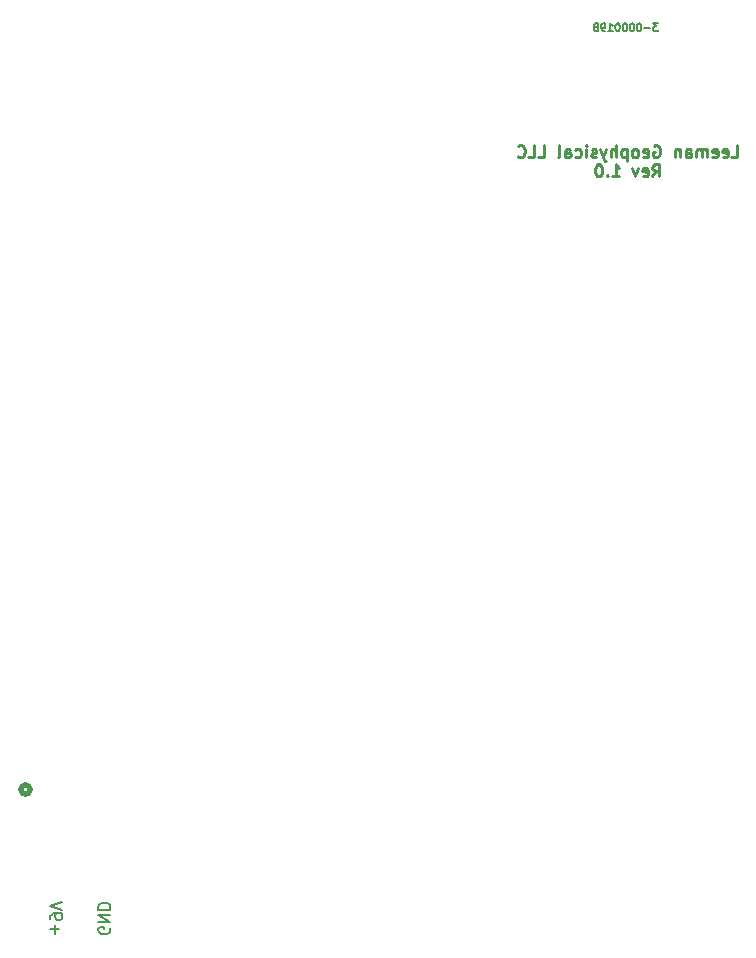
<source format=gbr>
%TF.GenerationSoftware,KiCad,Pcbnew,(6.0.7)*%
%TF.CreationDate,2024-01-30T15:32:42-06:00*%
%TF.ProjectId,Cutdown,43757464-6f77-46e2-9e6b-696361645f70,1.0.0*%
%TF.SameCoordinates,Original*%
%TF.FileFunction,Legend,Bot*%
%TF.FilePolarity,Positive*%
%FSLAX46Y46*%
G04 Gerber Fmt 4.6, Leading zero omitted, Abs format (unit mm)*
G04 Created by KiCad (PCBNEW (6.0.7)) date 2024-01-30 15:32:42*
%MOMM*%
%LPD*%
G01*
G04 APERTURE LIST*
%ADD10C,0.254000*%
%ADD11C,0.158750*%
%ADD12C,0.150000*%
%ADD13C,0.508000*%
G04 APERTURE END LIST*
D10*
X148633542Y-75232139D02*
X149117352Y-75232139D01*
X149117352Y-74216139D01*
X147907828Y-75183758D02*
X148004590Y-75232139D01*
X148198114Y-75232139D01*
X148294876Y-75183758D01*
X148343257Y-75086996D01*
X148343257Y-74699948D01*
X148294876Y-74603186D01*
X148198114Y-74554805D01*
X148004590Y-74554805D01*
X147907828Y-74603186D01*
X147859447Y-74699948D01*
X147859447Y-74796710D01*
X148343257Y-74893472D01*
X147036971Y-75183758D02*
X147133733Y-75232139D01*
X147327257Y-75232139D01*
X147424019Y-75183758D01*
X147472400Y-75086996D01*
X147472400Y-74699948D01*
X147424019Y-74603186D01*
X147327257Y-74554805D01*
X147133733Y-74554805D01*
X147036971Y-74603186D01*
X146988590Y-74699948D01*
X146988590Y-74796710D01*
X147472400Y-74893472D01*
X146553161Y-75232139D02*
X146553161Y-74554805D01*
X146553161Y-74651567D02*
X146504780Y-74603186D01*
X146408019Y-74554805D01*
X146262876Y-74554805D01*
X146166114Y-74603186D01*
X146117733Y-74699948D01*
X146117733Y-75232139D01*
X146117733Y-74699948D02*
X146069352Y-74603186D01*
X145972590Y-74554805D01*
X145827447Y-74554805D01*
X145730685Y-74603186D01*
X145682304Y-74699948D01*
X145682304Y-75232139D01*
X144763066Y-75232139D02*
X144763066Y-74699948D01*
X144811447Y-74603186D01*
X144908209Y-74554805D01*
X145101733Y-74554805D01*
X145198495Y-74603186D01*
X144763066Y-75183758D02*
X144859828Y-75232139D01*
X145101733Y-75232139D01*
X145198495Y-75183758D01*
X145246876Y-75086996D01*
X145246876Y-74990234D01*
X145198495Y-74893472D01*
X145101733Y-74845091D01*
X144859828Y-74845091D01*
X144763066Y-74796710D01*
X144279257Y-74554805D02*
X144279257Y-75232139D01*
X144279257Y-74651567D02*
X144230876Y-74603186D01*
X144134114Y-74554805D01*
X143988971Y-74554805D01*
X143892209Y-74603186D01*
X143843828Y-74699948D01*
X143843828Y-75232139D01*
X142053733Y-74264520D02*
X142150495Y-74216139D01*
X142295638Y-74216139D01*
X142440780Y-74264520D01*
X142537542Y-74361281D01*
X142585923Y-74458043D01*
X142634304Y-74651567D01*
X142634304Y-74796710D01*
X142585923Y-74990234D01*
X142537542Y-75086996D01*
X142440780Y-75183758D01*
X142295638Y-75232139D01*
X142198876Y-75232139D01*
X142053733Y-75183758D01*
X142005352Y-75135377D01*
X142005352Y-74796710D01*
X142198876Y-74796710D01*
X141182876Y-75183758D02*
X141279638Y-75232139D01*
X141473161Y-75232139D01*
X141569923Y-75183758D01*
X141618304Y-75086996D01*
X141618304Y-74699948D01*
X141569923Y-74603186D01*
X141473161Y-74554805D01*
X141279638Y-74554805D01*
X141182876Y-74603186D01*
X141134495Y-74699948D01*
X141134495Y-74796710D01*
X141618304Y-74893472D01*
X140553923Y-75232139D02*
X140650685Y-75183758D01*
X140699066Y-75135377D01*
X140747447Y-75038615D01*
X140747447Y-74748329D01*
X140699066Y-74651567D01*
X140650685Y-74603186D01*
X140553923Y-74554805D01*
X140408780Y-74554805D01*
X140312019Y-74603186D01*
X140263638Y-74651567D01*
X140215257Y-74748329D01*
X140215257Y-75038615D01*
X140263638Y-75135377D01*
X140312019Y-75183758D01*
X140408780Y-75232139D01*
X140553923Y-75232139D01*
X139779828Y-74554805D02*
X139779828Y-75570805D01*
X139779828Y-74603186D02*
X139683066Y-74554805D01*
X139489542Y-74554805D01*
X139392780Y-74603186D01*
X139344400Y-74651567D01*
X139296019Y-74748329D01*
X139296019Y-75038615D01*
X139344400Y-75135377D01*
X139392780Y-75183758D01*
X139489542Y-75232139D01*
X139683066Y-75232139D01*
X139779828Y-75183758D01*
X138860590Y-75232139D02*
X138860590Y-74216139D01*
X138425161Y-75232139D02*
X138425161Y-74699948D01*
X138473542Y-74603186D01*
X138570304Y-74554805D01*
X138715447Y-74554805D01*
X138812209Y-74603186D01*
X138860590Y-74651567D01*
X138038114Y-74554805D02*
X137796209Y-75232139D01*
X137554304Y-74554805D02*
X137796209Y-75232139D01*
X137892971Y-75474043D01*
X137941352Y-75522424D01*
X138038114Y-75570805D01*
X137215638Y-75183758D02*
X137118876Y-75232139D01*
X136925352Y-75232139D01*
X136828590Y-75183758D01*
X136780209Y-75086996D01*
X136780209Y-75038615D01*
X136828590Y-74941853D01*
X136925352Y-74893472D01*
X137070495Y-74893472D01*
X137167257Y-74845091D01*
X137215638Y-74748329D01*
X137215638Y-74699948D01*
X137167257Y-74603186D01*
X137070495Y-74554805D01*
X136925352Y-74554805D01*
X136828590Y-74603186D01*
X136344780Y-75232139D02*
X136344780Y-74554805D01*
X136344780Y-74216139D02*
X136393161Y-74264520D01*
X136344780Y-74312900D01*
X136296400Y-74264520D01*
X136344780Y-74216139D01*
X136344780Y-74312900D01*
X135425542Y-75183758D02*
X135522304Y-75232139D01*
X135715828Y-75232139D01*
X135812590Y-75183758D01*
X135860971Y-75135377D01*
X135909352Y-75038615D01*
X135909352Y-74748329D01*
X135860971Y-74651567D01*
X135812590Y-74603186D01*
X135715828Y-74554805D01*
X135522304Y-74554805D01*
X135425542Y-74603186D01*
X134554685Y-75232139D02*
X134554685Y-74699948D01*
X134603066Y-74603186D01*
X134699828Y-74554805D01*
X134893352Y-74554805D01*
X134990114Y-74603186D01*
X134554685Y-75183758D02*
X134651447Y-75232139D01*
X134893352Y-75232139D01*
X134990114Y-75183758D01*
X135038495Y-75086996D01*
X135038495Y-74990234D01*
X134990114Y-74893472D01*
X134893352Y-74845091D01*
X134651447Y-74845091D01*
X134554685Y-74796710D01*
X133925733Y-75232139D02*
X134022495Y-75183758D01*
X134070876Y-75086996D01*
X134070876Y-74216139D01*
X132280780Y-75232139D02*
X132764590Y-75232139D01*
X132764590Y-74216139D01*
X131458304Y-75232139D02*
X131942114Y-75232139D01*
X131942114Y-74216139D01*
X130539066Y-75135377D02*
X130587447Y-75183758D01*
X130732590Y-75232139D01*
X130829352Y-75232139D01*
X130974495Y-75183758D01*
X131071257Y-75086996D01*
X131119638Y-74990234D01*
X131168019Y-74796710D01*
X131168019Y-74651567D01*
X131119638Y-74458043D01*
X131071257Y-74361281D01*
X130974495Y-74264520D01*
X130829352Y-74216139D01*
X130732590Y-74216139D01*
X130587447Y-74264520D01*
X130539066Y-74312900D01*
X141956971Y-76867899D02*
X142295638Y-76384089D01*
X142537542Y-76867899D02*
X142537542Y-75851899D01*
X142150495Y-75851899D01*
X142053733Y-75900280D01*
X142005352Y-75948660D01*
X141956971Y-76045422D01*
X141956971Y-76190565D01*
X142005352Y-76287327D01*
X142053733Y-76335708D01*
X142150495Y-76384089D01*
X142537542Y-76384089D01*
X141134495Y-76819518D02*
X141231257Y-76867899D01*
X141424780Y-76867899D01*
X141521542Y-76819518D01*
X141569923Y-76722756D01*
X141569923Y-76335708D01*
X141521542Y-76238946D01*
X141424780Y-76190565D01*
X141231257Y-76190565D01*
X141134495Y-76238946D01*
X141086114Y-76335708D01*
X141086114Y-76432470D01*
X141569923Y-76529232D01*
X140747447Y-76190565D02*
X140505542Y-76867899D01*
X140263638Y-76190565D01*
X138570304Y-76867899D02*
X139150876Y-76867899D01*
X138860590Y-76867899D02*
X138860590Y-75851899D01*
X138957352Y-75997041D01*
X139054114Y-76093803D01*
X139150876Y-76142184D01*
X138134876Y-76771137D02*
X138086495Y-76819518D01*
X138134876Y-76867899D01*
X138183257Y-76819518D01*
X138134876Y-76771137D01*
X138134876Y-76867899D01*
X137457542Y-75851899D02*
X137360780Y-75851899D01*
X137264019Y-75900280D01*
X137215638Y-75948660D01*
X137167257Y-76045422D01*
X137118876Y-76238946D01*
X137118876Y-76480851D01*
X137167257Y-76674375D01*
X137215638Y-76771137D01*
X137264019Y-76819518D01*
X137360780Y-76867899D01*
X137457542Y-76867899D01*
X137554304Y-76819518D01*
X137602685Y-76771137D01*
X137651066Y-76674375D01*
X137699447Y-76480851D01*
X137699447Y-76238946D01*
X137651066Y-76045422D01*
X137602685Y-75948660D01*
X137554304Y-75900280D01*
X137457542Y-75851899D01*
D11*
X142421428Y-63914261D02*
X142028333Y-63914261D01*
X142240000Y-64156166D01*
X142149285Y-64156166D01*
X142088809Y-64186404D01*
X142058571Y-64216642D01*
X142028333Y-64277119D01*
X142028333Y-64428309D01*
X142058571Y-64488785D01*
X142088809Y-64519023D01*
X142149285Y-64549261D01*
X142330714Y-64549261D01*
X142391190Y-64519023D01*
X142421428Y-64488785D01*
X141756190Y-64307357D02*
X141272380Y-64307357D01*
X140849047Y-63914261D02*
X140788571Y-63914261D01*
X140728095Y-63944500D01*
X140697857Y-63974738D01*
X140667619Y-64035214D01*
X140637380Y-64156166D01*
X140637380Y-64307357D01*
X140667619Y-64428309D01*
X140697857Y-64488785D01*
X140728095Y-64519023D01*
X140788571Y-64549261D01*
X140849047Y-64549261D01*
X140909523Y-64519023D01*
X140939761Y-64488785D01*
X140970000Y-64428309D01*
X141000238Y-64307357D01*
X141000238Y-64156166D01*
X140970000Y-64035214D01*
X140939761Y-63974738D01*
X140909523Y-63944500D01*
X140849047Y-63914261D01*
X140244285Y-63914261D02*
X140183809Y-63914261D01*
X140123333Y-63944500D01*
X140093095Y-63974738D01*
X140062857Y-64035214D01*
X140032619Y-64156166D01*
X140032619Y-64307357D01*
X140062857Y-64428309D01*
X140093095Y-64488785D01*
X140123333Y-64519023D01*
X140183809Y-64549261D01*
X140244285Y-64549261D01*
X140304761Y-64519023D01*
X140335000Y-64488785D01*
X140365238Y-64428309D01*
X140395476Y-64307357D01*
X140395476Y-64156166D01*
X140365238Y-64035214D01*
X140335000Y-63974738D01*
X140304761Y-63944500D01*
X140244285Y-63914261D01*
X139639523Y-63914261D02*
X139579047Y-63914261D01*
X139518571Y-63944500D01*
X139488333Y-63974738D01*
X139458095Y-64035214D01*
X139427857Y-64156166D01*
X139427857Y-64307357D01*
X139458095Y-64428309D01*
X139488333Y-64488785D01*
X139518571Y-64519023D01*
X139579047Y-64549261D01*
X139639523Y-64549261D01*
X139700000Y-64519023D01*
X139730238Y-64488785D01*
X139760476Y-64428309D01*
X139790714Y-64307357D01*
X139790714Y-64156166D01*
X139760476Y-64035214D01*
X139730238Y-63974738D01*
X139700000Y-63944500D01*
X139639523Y-63914261D01*
X139034761Y-63914261D02*
X138974285Y-63914261D01*
X138913809Y-63944500D01*
X138883571Y-63974738D01*
X138853333Y-64035214D01*
X138823095Y-64156166D01*
X138823095Y-64307357D01*
X138853333Y-64428309D01*
X138883571Y-64488785D01*
X138913809Y-64519023D01*
X138974285Y-64549261D01*
X139034761Y-64549261D01*
X139095238Y-64519023D01*
X139125476Y-64488785D01*
X139155714Y-64428309D01*
X139185952Y-64307357D01*
X139185952Y-64156166D01*
X139155714Y-64035214D01*
X139125476Y-63974738D01*
X139095238Y-63944500D01*
X139034761Y-63914261D01*
X138218333Y-64549261D02*
X138581190Y-64549261D01*
X138399761Y-64549261D02*
X138399761Y-63914261D01*
X138460238Y-64004976D01*
X138520714Y-64065452D01*
X138581190Y-64095690D01*
X137915952Y-64549261D02*
X137795000Y-64549261D01*
X137734523Y-64519023D01*
X137704285Y-64488785D01*
X137643809Y-64398071D01*
X137613571Y-64277119D01*
X137613571Y-64035214D01*
X137643809Y-63974738D01*
X137674047Y-63944500D01*
X137734523Y-63914261D01*
X137855476Y-63914261D01*
X137915952Y-63944500D01*
X137946190Y-63974738D01*
X137976428Y-64035214D01*
X137976428Y-64186404D01*
X137946190Y-64246880D01*
X137915952Y-64277119D01*
X137855476Y-64307357D01*
X137734523Y-64307357D01*
X137674047Y-64277119D01*
X137643809Y-64246880D01*
X137613571Y-64186404D01*
X137250714Y-64186404D02*
X137311190Y-64156166D01*
X137341428Y-64125928D01*
X137371666Y-64065452D01*
X137371666Y-64035214D01*
X137341428Y-63974738D01*
X137311190Y-63944500D01*
X137250714Y-63914261D01*
X137129761Y-63914261D01*
X137069285Y-63944500D01*
X137039047Y-63974738D01*
X137008809Y-64035214D01*
X137008809Y-64065452D01*
X137039047Y-64125928D01*
X137069285Y-64156166D01*
X137129761Y-64186404D01*
X137250714Y-64186404D01*
X137311190Y-64216642D01*
X137341428Y-64246880D01*
X137371666Y-64307357D01*
X137371666Y-64428309D01*
X137341428Y-64488785D01*
X137311190Y-64519023D01*
X137250714Y-64549261D01*
X137129761Y-64549261D01*
X137069285Y-64519023D01*
X137039047Y-64488785D01*
X137008809Y-64428309D01*
X137008809Y-64307357D01*
X137039047Y-64246880D01*
X137069285Y-64216642D01*
X137129761Y-64186404D01*
D12*
X91368571Y-140985714D02*
X91368571Y-140223809D01*
X90987619Y-140604761D02*
X91749523Y-140604761D01*
X90987619Y-139700000D02*
X90987619Y-139509523D01*
X91035238Y-139414285D01*
X91082857Y-139366666D01*
X91225714Y-139271428D01*
X91416190Y-139223809D01*
X91797142Y-139223809D01*
X91892380Y-139271428D01*
X91940000Y-139319047D01*
X91987619Y-139414285D01*
X91987619Y-139604761D01*
X91940000Y-139700000D01*
X91892380Y-139747619D01*
X91797142Y-139795238D01*
X91559047Y-139795238D01*
X91463809Y-139747619D01*
X91416190Y-139700000D01*
X91368571Y-139604761D01*
X91368571Y-139414285D01*
X91416190Y-139319047D01*
X91463809Y-139271428D01*
X91559047Y-139223809D01*
X91987619Y-138938095D02*
X90987619Y-138604761D01*
X91987619Y-138271428D01*
X96004000Y-140461904D02*
X96051619Y-140557142D01*
X96051619Y-140700000D01*
X96004000Y-140842857D01*
X95908761Y-140938095D01*
X95813523Y-140985714D01*
X95623047Y-141033333D01*
X95480190Y-141033333D01*
X95289714Y-140985714D01*
X95194476Y-140938095D01*
X95099238Y-140842857D01*
X95051619Y-140700000D01*
X95051619Y-140604761D01*
X95099238Y-140461904D01*
X95146857Y-140414285D01*
X95480190Y-140414285D01*
X95480190Y-140604761D01*
X95051619Y-139985714D02*
X96051619Y-139985714D01*
X95051619Y-139414285D01*
X96051619Y-139414285D01*
X95051619Y-138938095D02*
X96051619Y-138938095D01*
X96051619Y-138700000D01*
X96004000Y-138557142D01*
X95908761Y-138461904D01*
X95813523Y-138414285D01*
X95623047Y-138366666D01*
X95480190Y-138366666D01*
X95289714Y-138414285D01*
X95194476Y-138461904D01*
X95099238Y-138557142D01*
X95051619Y-138700000D01*
X95051619Y-138938095D01*
D13*
%TO.C,U1*%
X89258099Y-128778000D02*
G75*
G03*
X89258099Y-128778000I-381000J0D01*
G01*
%TD*%
M02*

</source>
